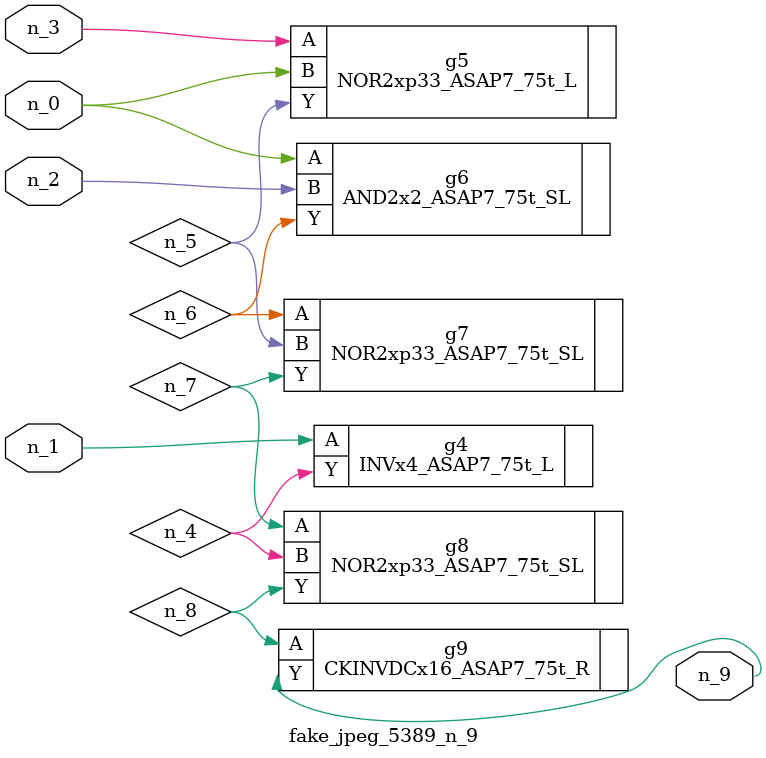
<source format=v>
module fake_jpeg_5389_n_9 (n_0, n_3, n_2, n_1, n_9);

input n_0;
input n_3;
input n_2;
input n_1;

output n_9;

wire n_4;
wire n_8;
wire n_6;
wire n_5;
wire n_7;

INVx4_ASAP7_75t_L g4 ( 
.A(n_1),
.Y(n_4)
);

NOR2xp33_ASAP7_75t_L g5 ( 
.A(n_3),
.B(n_0),
.Y(n_5)
);

AND2x2_ASAP7_75t_SL g6 ( 
.A(n_0),
.B(n_2),
.Y(n_6)
);

NOR2xp33_ASAP7_75t_SL g7 ( 
.A(n_6),
.B(n_5),
.Y(n_7)
);

NOR2xp33_ASAP7_75t_SL g8 ( 
.A(n_7),
.B(n_4),
.Y(n_8)
);

CKINVDCx16_ASAP7_75t_R g9 ( 
.A(n_8),
.Y(n_9)
);


endmodule
</source>
